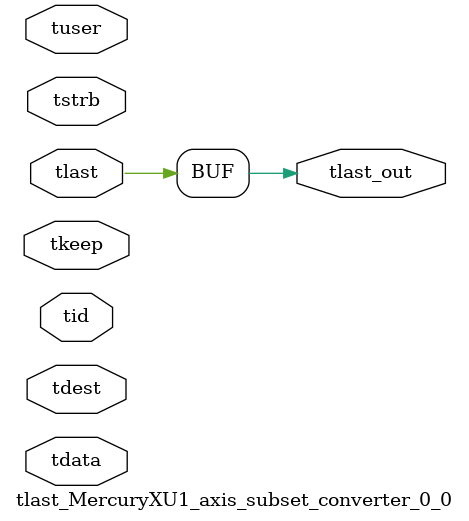
<source format=v>


`timescale 1ps/1ps

module tlast_MercuryXU1_axis_subset_converter_0_0 #
(
parameter C_S_AXIS_TID_WIDTH   = 1,
parameter C_S_AXIS_TUSER_WIDTH = 0,
parameter C_S_AXIS_TDATA_WIDTH = 0,
parameter C_S_AXIS_TDEST_WIDTH = 0
)
(
input  [(C_S_AXIS_TID_WIDTH   == 0 ? 1 : C_S_AXIS_TID_WIDTH)-1:0       ] tid,
input  [(C_S_AXIS_TDATA_WIDTH == 0 ? 1 : C_S_AXIS_TDATA_WIDTH)-1:0     ] tdata,
input  [(C_S_AXIS_TUSER_WIDTH == 0 ? 1 : C_S_AXIS_TUSER_WIDTH)-1:0     ] tuser,
input  [(C_S_AXIS_TDEST_WIDTH == 0 ? 1 : C_S_AXIS_TDEST_WIDTH)-1:0     ] tdest,
input  [(C_S_AXIS_TDATA_WIDTH/8)-1:0 ] tkeep,
input  [(C_S_AXIS_TDATA_WIDTH/8)-1:0 ] tstrb,
input  [0:0]                                                             tlast,
output                                                                   tlast_out
);

assign tlast_out = {tlast};

endmodule


</source>
